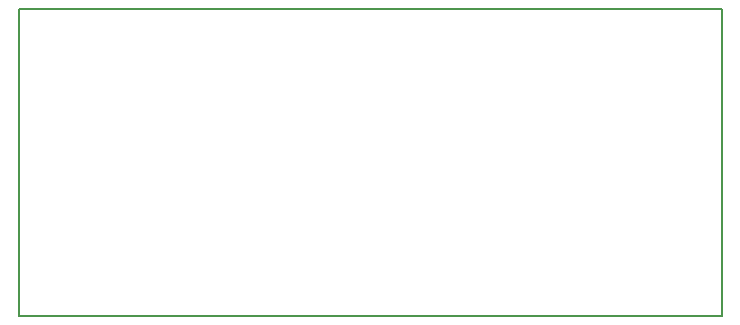
<source format=gbr>
G04 #@! TF.FileFunction,Other,User*
%FSLAX46Y46*%
G04 Gerber Fmt 4.6, Leading zero omitted, Abs format (unit mm)*
G04 Created by KiCad (PCBNEW 4.0.5) date 05/07/17 17:06:23*
%MOMM*%
%LPD*%
G01*
G04 APERTURE LIST*
%ADD10C,0.100000*%
%ADD11C,0.200000*%
G04 APERTURE END LIST*
D10*
D11*
X500000Y0D02*
X0Y0D01*
X500000Y26000000D02*
X0Y26000000D01*
X0Y1000000D02*
X0Y0D01*
X59500000Y1000000D02*
X59500000Y0D01*
X500000Y26000000D02*
X59500000Y26000000D01*
X0Y1000000D02*
X0Y26000000D01*
X59500000Y0D02*
X500000Y0D01*
X59500000Y26000000D02*
X59500000Y1000000D01*
M02*

</source>
